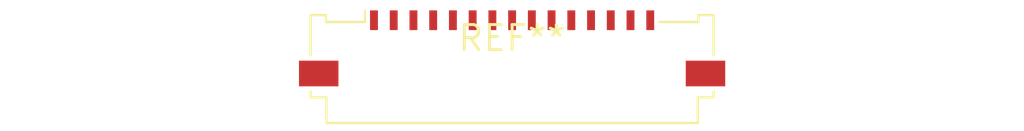
<source format=kicad_pcb>
(kicad_pcb (version 20240108) (generator pcbnew)
  (layers (0 "F.Cu" signal) (31 "B.Cu" signal) (34 "B.Paste" user) (35 "F.Paste" user) (36 "B.SilkS" user "B.Silkscreen") (37 "F.SilkS" user "F.Silkscreen") (38 "B.Mask" user) (39 "F.Mask" user) (44 "Edge.Cuts" user))
  (net 0 "")
  (footprint "Molex_200528-0150_1x15-1MP_P1.00mm_Horizontal" (layer "F.Cu") (at 0 0)
    (property "Reference" "REF**")
    (property "Value" "Molex_200528-0150_1x15-1MP_P1.00mm_Horizontal")
    (fp_line (start -10.21 -1.17) (end -10.21 0.88) (layer "F.SilkS") (stroke (width 0.12)))
    (fp_line (start -10.21 2.7) (end -10.21 3) (layer "F.SilkS") (stroke (width 0.12)))
    (fp_line (start -10.21 3) (end -9.41 3) (layer "F.SilkS") (stroke (width 0.12)))
    (fp_line (start -9.44 -1.17) (end -10.21 -1.17) (layer "F.SilkS") (stroke (width 0.12)))
    (fp_line (start -9.44 -0.82) (end -9.44 -1.17) (layer "F.SilkS") (stroke (width 0.12)))
    (fp_line (start -9.41 3) (end -9.41 4.3) (layer "F.SilkS") (stroke (width 0.12)))
    (fp_line (start -9.41 4.3) (end 9.41 4.3) (layer "F.SilkS") (stroke (width 0.12)))
    (fp_line (start -7.46 -1.41) (end -7.46 -0.82) (layer "F.SilkS") (stroke (width 0.12)))
    (fp_line (start -7.46 -0.82) (end -9.44 -0.82) (layer "F.SilkS") (stroke (width 0.12)))
    (fp_line (start 9.41 3) (end 10.21 3) (layer "F.SilkS") (stroke (width 0.12)))
    (fp_line (start 9.41 4.3) (end 9.41 3) (layer "F.SilkS") (stroke (width 0.12)))
    (fp_line (start 9.44 -1.17) (end 9.44 -0.82) (layer "F.SilkS") (stroke (width 0.12)))
    (fp_line (start 9.44 -0.82) (end 7.46 -0.82) (layer "F.SilkS") (stroke (width 0.12)))
    (fp_line (start 10.21 -1.17) (end 9.44 -1.17) (layer "F.SilkS") (stroke (width 0.12)))
    (fp_line (start 10.21 0.88) (end 10.21 -1.17) (layer "F.SilkS") (stroke (width 0.12)))
    (fp_line (start 10.21 3) (end 10.21 2.7) (layer "F.SilkS") (stroke (width 0.12)))
    (pad "1" smd rect (at -7 -0.91) (size 0.4 1) (layers "F.Cu" "F.Paste" "F.Mask"))
    (pad "2" smd rect (at -6 -0.91) (size 0.4 1) (layers "F.Cu" "F.Paste" "F.Mask"))
    (pad "3" smd rect (at -5 -0.91) (size 0.4 1) (layers "F.Cu" "F.Paste" "F.Mask"))
    (pad "4" smd rect (at -4 -0.91) (size 0.4 1) (layers "F.Cu" "F.Paste" "F.Mask"))
    (pad "5" smd rect (at -3 -0.91) (size 0.4 1) (layers "F.Cu" "F.Paste" "F.Mask"))
    (pad "6" smd rect (at -2 -0.91) (size 0.4 1) (layers "F.Cu" "F.Paste" "F.Mask"))
    (pad "7" smd rect (at -1 -0.91) (size 0.4 1) (layers "F.Cu" "F.Paste" "F.Mask"))
    (pad "8" smd rect (at 0 -0.91) (size 0.4 1) (layers "F.Cu" "F.Paste" "F.Mask"))
    (pad "9" smd rect (at 1 -0.91) (size 0.4 1) (layers "F.Cu" "F.Paste" "F.Mask"))
    (pad "10" smd rect (at 2 -0.91) (size 0.4 1) (layers "F.Cu" "F.Paste" "F.Mask"))
    (pad "11" smd rect (at 3 -0.91) (size 0.4 1) (layers "F.Cu" "F.Paste" "F.Mask"))
    (pad "12" smd rect (at 4 -0.91) (size 0.4 1) (layers "F.Cu" "F.Paste" "F.Mask"))
    (pad "13" smd rect (at 5 -0.91) (size 0.4 1) (layers "F.Cu" "F.Paste" "F.Mask"))
    (pad "14" smd rect (at 6 -0.91) (size 0.4 1) (layers "F.Cu" "F.Paste" "F.Mask"))
    (pad "15" smd rect (at 7 -0.91) (size 0.4 1) (layers "F.Cu" "F.Paste" "F.Mask"))
    (pad "MP" smd rect (at -9.8 1.79) (size 2 1.3) (layers "F.Cu" "F.Paste" "F.Mask"))
    (pad "MP" smd rect (at 9.8 1.79) (size 2 1.3) (layers "F.Cu" "F.Paste" "F.Mask"))
  )
)
</source>
